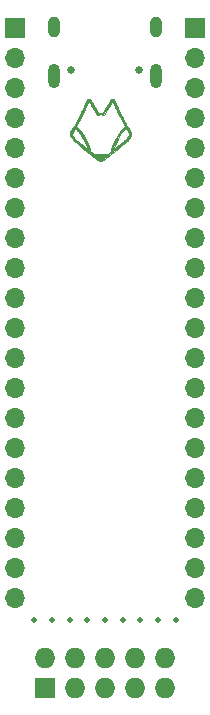
<source format=gbs>
G04 #@! TF.GenerationSoftware,KiCad,Pcbnew,5.1.8-db9833491~88~ubuntu20.04.1*
G04 #@! TF.CreationDate,2021-01-17T16:25:24+01:00*
G04 #@! TF.ProjectId,Pic32MxRedFox,50696333-324d-4785-9265-64466f782e6b,Rev2*
G04 #@! TF.SameCoordinates,PX5faea10PY8eeaea0*
G04 #@! TF.FileFunction,Soldermask,Bot*
G04 #@! TF.FilePolarity,Negative*
%FSLAX46Y46*%
G04 Gerber Fmt 4.6, Leading zero omitted, Abs format (unit mm)*
G04 Created by KiCad (PCBNEW 5.1.8-db9833491~88~ubuntu20.04.1) date 2021-01-17 16:25:24*
%MOMM*%
%LPD*%
G01*
G04 APERTURE LIST*
%ADD10C,0.010000*%
%ADD11C,0.500000*%
%ADD12O,1.700000X1.700000*%
%ADD13R,1.700000X1.700000*%
%ADD14R,1.727200X1.727200*%
%ADD15O,1.727200X1.727200*%
%ADD16C,0.650000*%
%ADD17O,1.000000X1.800000*%
%ADD18O,1.000000X2.100000*%
G04 APERTURE END LIST*
D10*
G36*
X10644636Y52357781D02*
G01*
X10622371Y52329224D01*
X10595581Y52289180D01*
X10569179Y52245109D01*
X10562722Y52233427D01*
X10548423Y52207376D01*
X10524961Y52165072D01*
X10493559Y52108705D01*
X10455443Y52040465D01*
X10411836Y51962540D01*
X10363963Y51877122D01*
X10313048Y51786398D01*
X10260315Y51692560D01*
X10256825Y51686354D01*
X9996432Y51223333D01*
X9561568Y51223333D01*
X9301175Y51686354D01*
X9248366Y51780321D01*
X9197294Y51871315D01*
X9149184Y51957149D01*
X9105260Y52035631D01*
X9066746Y52104573D01*
X9034867Y52161785D01*
X9010847Y52205078D01*
X8995911Y52232261D01*
X8995278Y52233427D01*
X8969829Y52277305D01*
X8942659Y52319179D01*
X8918680Y52351591D01*
X8913365Y52357781D01*
X8876954Y52398083D01*
X8690748Y52398083D01*
X8659329Y52355361D01*
X8648515Y52337228D01*
X8629826Y52301995D01*
X8604298Y52251765D01*
X8572965Y52188637D01*
X8536861Y52114714D01*
X8497021Y52032097D01*
X8454479Y51942887D01*
X8413140Y51855298D01*
X8339923Y51699417D01*
X8274731Y51560790D01*
X8216591Y51437512D01*
X8164528Y51327676D01*
X8117570Y51229377D01*
X8074744Y51140711D01*
X8035077Y51059771D01*
X7997596Y50984653D01*
X7961327Y50913450D01*
X7925298Y50844258D01*
X7888535Y50775170D01*
X7850066Y50704282D01*
X7808917Y50629687D01*
X7764116Y50549482D01*
X7714688Y50461759D01*
X7659662Y50364614D01*
X7598064Y50256141D01*
X7582359Y50228500D01*
X7212542Y49577625D01*
X7209012Y49459648D01*
X7207932Y49404602D01*
X7209094Y49364002D01*
X7213313Y49331174D01*
X7221402Y49299445D01*
X7232567Y49266585D01*
X7278471Y49157811D01*
X7335356Y49058327D01*
X7406726Y48962573D01*
X7465984Y48896048D01*
X7482193Y48881020D01*
X7513892Y48853665D01*
X7560019Y48814849D01*
X7619512Y48765437D01*
X7691310Y48706296D01*
X7774350Y48638292D01*
X7867570Y48562289D01*
X7969908Y48479155D01*
X8080302Y48389754D01*
X8197691Y48294954D01*
X8321011Y48195618D01*
X8449201Y48092614D01*
X8581199Y47986807D01*
X8585660Y47983236D01*
X9641278Y47138167D01*
X9781577Y47138956D01*
X9921875Y47139745D01*
X10962629Y47973685D01*
X11093624Y48078728D01*
X11220778Y48180845D01*
X11343030Y48279174D01*
X11459316Y48372856D01*
X11568576Y48461029D01*
X11669748Y48542834D01*
X11761769Y48617410D01*
X11843578Y48683896D01*
X11914112Y48741432D01*
X11972311Y48789156D01*
X12017111Y48826209D01*
X12047451Y48851730D01*
X12061945Y48864542D01*
X12105400Y48910465D01*
X12152137Y48965961D01*
X12197757Y49025257D01*
X12237860Y49082583D01*
X12268044Y49132165D01*
X12272628Y49140889D01*
X12289872Y49178025D01*
X12309379Y49224631D01*
X12325525Y49266839D01*
X12337723Y49303143D01*
X12345335Y49334651D01*
X12349171Y49368031D01*
X12350042Y49409948D01*
X12349668Y49427601D01*
X12197070Y49427601D01*
X12185596Y49382350D01*
X12163206Y49327575D01*
X12131635Y49266277D01*
X12092617Y49201456D01*
X12047889Y49136114D01*
X11999184Y49073251D01*
X11948238Y49015869D01*
X11926066Y48993620D01*
X11911390Y48980728D01*
X11882584Y48956557D01*
X11841342Y48922472D01*
X11789358Y48879840D01*
X11728325Y48830026D01*
X11659937Y48774397D01*
X11585888Y48714319D01*
X11507872Y48651158D01*
X11427582Y48586280D01*
X11346711Y48521051D01*
X11266955Y48456837D01*
X11190005Y48395004D01*
X11117557Y48336919D01*
X11051304Y48283946D01*
X10992939Y48237454D01*
X10944156Y48198807D01*
X10906649Y48169371D01*
X10882111Y48150514D01*
X10872237Y48143600D01*
X10872176Y48143591D01*
X10874594Y48152985D01*
X10882751Y48178753D01*
X10895464Y48217270D01*
X10911547Y48264906D01*
X10916645Y48279829D01*
X10984490Y48462016D01*
X11065300Y48651960D01*
X11156489Y48844629D01*
X11255473Y49034988D01*
X11359666Y49218005D01*
X11466482Y49388644D01*
X11544654Y49502538D01*
X11586555Y49557097D01*
X11636955Y49616602D01*
X11692144Y49677201D01*
X11748411Y49735042D01*
X11802048Y49786271D01*
X11849344Y49827036D01*
X11876482Y49847142D01*
X11908890Y49868038D01*
X11934619Y49883253D01*
X11948543Y49889775D01*
X11949084Y49889833D01*
X11956365Y49881087D01*
X11972060Y49856936D01*
X11994366Y49820516D01*
X12021482Y49774963D01*
X12051605Y49723412D01*
X12082936Y49668997D01*
X12113671Y49614854D01*
X12142010Y49564119D01*
X12166151Y49519925D01*
X12184292Y49485409D01*
X12194633Y49463705D01*
X12195892Y49460326D01*
X12197070Y49427601D01*
X12349668Y49427601D01*
X12348988Y49459648D01*
X12345458Y49577625D01*
X12074547Y50054427D01*
X11860945Y50054427D01*
X11853268Y50044743D01*
X11830900Y50029911D01*
X11798622Y50013084D01*
X11797445Y50012532D01*
X11768010Y49996916D01*
X11737760Y49976439D01*
X11703535Y49948483D01*
X11662174Y49910429D01*
X11610517Y49859661D01*
X11599333Y49848418D01*
X11502522Y49743980D01*
X11409408Y49629114D01*
X11318519Y49501651D01*
X11228385Y49359420D01*
X11137533Y49200252D01*
X11061196Y49055042D01*
X10975841Y48882096D01*
X10902563Y48722123D01*
X10840026Y48571723D01*
X10786896Y48427493D01*
X10741835Y48286033D01*
X10703727Y48144825D01*
X10689911Y48089819D01*
X10677396Y48041743D01*
X10667239Y48004534D01*
X10660501Y47982130D01*
X10658827Y47977852D01*
X10648898Y47967871D01*
X10624885Y47946841D01*
X10589291Y47916862D01*
X10544621Y47880032D01*
X10493378Y47838449D01*
X10472208Y47821442D01*
X10408084Y47770642D01*
X10358260Y47732570D01*
X10321061Y47706072D01*
X10294809Y47689996D01*
X10277827Y47683188D01*
X10271125Y47683140D01*
X10250160Y47688804D01*
X10216411Y47697806D01*
X10181167Y47707145D01*
X10158674Y47712351D01*
X10133251Y47716475D01*
X10102291Y47719631D01*
X10063187Y47721933D01*
X10013333Y47723494D01*
X9950123Y47724427D01*
X9870948Y47724845D01*
X9773708Y47724863D01*
X9678817Y47724652D01*
X9602343Y47724198D01*
X9541535Y47723346D01*
X9493643Y47721943D01*
X9455919Y47719835D01*
X9425610Y47716866D01*
X9399969Y47712884D01*
X9376244Y47707733D01*
X9351685Y47701260D01*
X9351429Y47701189D01*
X9309309Y47690919D01*
X9276408Y47685642D01*
X9257701Y47686104D01*
X9256179Y47686890D01*
X9218706Y47716006D01*
X9174165Y47751228D01*
X9125370Y47790260D01*
X9075141Y47830803D01*
X9026292Y47870562D01*
X8981642Y47907241D01*
X8944007Y47938541D01*
X8916204Y47962168D01*
X8901050Y47975823D01*
X8899173Y47977957D01*
X8894389Y47992084D01*
X8885694Y48022853D01*
X8874147Y48066329D01*
X8860806Y48118579D01*
X8854273Y48144825D01*
X8852569Y48151136D01*
X8677014Y48151136D01*
X8675683Y48151298D01*
X8665249Y48159595D01*
X8639756Y48179941D01*
X8600673Y48211163D01*
X8549468Y48252085D01*
X8487609Y48301535D01*
X8416567Y48358338D01*
X8337809Y48421320D01*
X8252804Y48489306D01*
X8163021Y48561124D01*
X8159750Y48563741D01*
X8046130Y48654779D01*
X7947788Y48733978D01*
X7863346Y48802560D01*
X7791431Y48861754D01*
X7730667Y48912784D01*
X7679678Y48956876D01*
X7637090Y48995255D01*
X7601526Y49029147D01*
X7571611Y49059779D01*
X7545971Y49088374D01*
X7523230Y49116160D01*
X7502012Y49144362D01*
X7491134Y49159583D01*
X7452095Y49219480D01*
X7418018Y49280373D01*
X7390461Y49338634D01*
X7370978Y49390638D01*
X7361126Y49432758D01*
X7362108Y49460326D01*
X7369917Y49477841D01*
X7386036Y49509054D01*
X7408664Y49550831D01*
X7436000Y49600035D01*
X7466240Y49653533D01*
X7497585Y49708189D01*
X7528233Y49760867D01*
X7556381Y49808433D01*
X7580229Y49847751D01*
X7597974Y49875687D01*
X7607816Y49889105D01*
X7608917Y49889833D01*
X7621397Y49884334D01*
X7646187Y49869843D01*
X7678164Y49849375D01*
X7681519Y49847142D01*
X7722234Y49815903D01*
X7771865Y49771526D01*
X7826700Y49717865D01*
X7883031Y49658772D01*
X7937148Y49598098D01*
X7985342Y49539697D01*
X8013347Y49502538D01*
X8120904Y49343418D01*
X8227650Y49168232D01*
X8331004Y48982007D01*
X8428386Y48789770D01*
X8517213Y48596547D01*
X8594906Y48407366D01*
X8641798Y48278536D01*
X8657825Y48229849D01*
X8669612Y48190226D01*
X8676296Y48162908D01*
X8677014Y48151136D01*
X8852569Y48151136D01*
X8815910Y48286902D01*
X8770804Y48428368D01*
X8717619Y48572626D01*
X8655021Y48723075D01*
X8581673Y48883117D01*
X8496804Y49055042D01*
X8404258Y49229774D01*
X8313641Y49385784D01*
X8223480Y49525241D01*
X8132304Y49650315D01*
X8038643Y49763176D01*
X7958667Y49848418D01*
X7904708Y49901885D01*
X7861643Y49942142D01*
X7826310Y49971806D01*
X7795551Y49993497D01*
X7766205Y50009831D01*
X7760556Y50012532D01*
X7728032Y50029371D01*
X7705262Y50044320D01*
X7697025Y50054223D01*
X7697056Y50054427D01*
X7702637Y50065834D01*
X7717548Y50093564D01*
X7740639Y50135547D01*
X7770757Y50189715D01*
X7806754Y50254001D01*
X7847477Y50326337D01*
X7891777Y50404654D01*
X7900226Y50419552D01*
X7952169Y50511813D01*
X8000220Y50598850D01*
X8045964Y50683770D01*
X8090990Y50769683D01*
X8136885Y50859696D01*
X8185234Y50956917D01*
X8237625Y51064455D01*
X8295645Y51185417D01*
X8353832Y51308000D01*
X8402709Y51411444D01*
X8450320Y51512381D01*
X8495621Y51608588D01*
X8537571Y51697846D01*
X8575128Y51777933D01*
X8607250Y51846628D01*
X8632893Y51901710D01*
X8651017Y51940959D01*
X8656767Y51953583D01*
X8681969Y52008500D01*
X8709078Y52066134D01*
X8734093Y52118037D01*
X8746678Y52143399D01*
X8786408Y52222090D01*
X8805968Y52196316D01*
X8817303Y52178414D01*
X8836123Y52145416D01*
X8860345Y52101108D01*
X8887890Y52049276D01*
X8907391Y52011792D01*
X8935240Y51958351D01*
X8960396Y51911132D01*
X8981006Y51873529D01*
X8995221Y51848934D01*
X9000481Y51841159D01*
X9007917Y51829631D01*
X9024523Y51801607D01*
X9049160Y51759078D01*
X9080691Y51704034D01*
X9117977Y51638467D01*
X9159881Y51564367D01*
X9205263Y51483725D01*
X9228667Y51441996D01*
X9445625Y51054715D01*
X9505963Y51054358D01*
X9552737Y51057156D01*
X9603833Y51064674D01*
X9627249Y51069875D01*
X9687806Y51080402D01*
X9759677Y51084942D01*
X9833872Y51083497D01*
X9901402Y51076066D01*
X9930751Y51069875D01*
X9977766Y51060674D01*
X10028788Y51055127D01*
X10052037Y51054358D01*
X10112375Y51054715D01*
X10329333Y51441996D01*
X10376017Y51525139D01*
X10419786Y51602727D01*
X10459500Y51672767D01*
X10494022Y51733269D01*
X10522214Y51782243D01*
X10542938Y51817696D01*
X10555056Y51837639D01*
X10557519Y51841159D01*
X10565927Y51854176D01*
X10582075Y51882667D01*
X10604114Y51923238D01*
X10630190Y51972497D01*
X10650610Y52011792D01*
X10679223Y52066571D01*
X10705925Y52116392D01*
X10728633Y52157469D01*
X10745268Y52186015D01*
X10752032Y52196316D01*
X10771592Y52222090D01*
X10811322Y52143399D01*
X10833072Y52099194D01*
X10859372Y52044074D01*
X10886218Y51986489D01*
X10901233Y51953583D01*
X10915353Y51922775D01*
X10937496Y51875061D01*
X10966620Y51812661D01*
X11001682Y51737797D01*
X11041641Y51652690D01*
X11085455Y51559561D01*
X11132081Y51460631D01*
X11180476Y51358120D01*
X11204169Y51308000D01*
X11268593Y51172339D01*
X11325965Y51052892D01*
X11377870Y50946553D01*
X11425895Y50850211D01*
X11471628Y50760760D01*
X11516655Y50675092D01*
X11562563Y50590097D01*
X11610938Y50502669D01*
X11657774Y50419552D01*
X11702606Y50340359D01*
X11744074Y50266768D01*
X11781027Y50200846D01*
X11812313Y50144660D01*
X11836783Y50100280D01*
X11853286Y50069773D01*
X11860670Y50055206D01*
X11860945Y50054427D01*
X12074547Y50054427D01*
X11975641Y50228500D01*
X11912339Y50339944D01*
X11855840Y50439607D01*
X11805170Y50529396D01*
X11759358Y50611214D01*
X11717430Y50686969D01*
X11678412Y50758565D01*
X11641332Y50827908D01*
X11605217Y50896903D01*
X11569093Y50967456D01*
X11531988Y51041472D01*
X11492928Y51120856D01*
X11450941Y51207514D01*
X11405053Y51303352D01*
X11354291Y51410275D01*
X11297682Y51530188D01*
X11234253Y51664996D01*
X11163031Y51816606D01*
X11144861Y51855298D01*
X11100728Y51948775D01*
X11058328Y52037625D01*
X11018697Y52119747D01*
X10982868Y52193040D01*
X10951877Y52255402D01*
X10926757Y52304732D01*
X10908543Y52338929D01*
X10898671Y52355361D01*
X10867252Y52398083D01*
X10681047Y52398083D01*
X10644636Y52357781D01*
G37*
X10644636Y52357781D02*
X10622371Y52329224D01*
X10595581Y52289180D01*
X10569179Y52245109D01*
X10562722Y52233427D01*
X10548423Y52207376D01*
X10524961Y52165072D01*
X10493559Y52108705D01*
X10455443Y52040465D01*
X10411836Y51962540D01*
X10363963Y51877122D01*
X10313048Y51786398D01*
X10260315Y51692560D01*
X10256825Y51686354D01*
X9996432Y51223333D01*
X9561568Y51223333D01*
X9301175Y51686354D01*
X9248366Y51780321D01*
X9197294Y51871315D01*
X9149184Y51957149D01*
X9105260Y52035631D01*
X9066746Y52104573D01*
X9034867Y52161785D01*
X9010847Y52205078D01*
X8995911Y52232261D01*
X8995278Y52233427D01*
X8969829Y52277305D01*
X8942659Y52319179D01*
X8918680Y52351591D01*
X8913365Y52357781D01*
X8876954Y52398083D01*
X8690748Y52398083D01*
X8659329Y52355361D01*
X8648515Y52337228D01*
X8629826Y52301995D01*
X8604298Y52251765D01*
X8572965Y52188637D01*
X8536861Y52114714D01*
X8497021Y52032097D01*
X8454479Y51942887D01*
X8413140Y51855298D01*
X8339923Y51699417D01*
X8274731Y51560790D01*
X8216591Y51437512D01*
X8164528Y51327676D01*
X8117570Y51229377D01*
X8074744Y51140711D01*
X8035077Y51059771D01*
X7997596Y50984653D01*
X7961327Y50913450D01*
X7925298Y50844258D01*
X7888535Y50775170D01*
X7850066Y50704282D01*
X7808917Y50629687D01*
X7764116Y50549482D01*
X7714688Y50461759D01*
X7659662Y50364614D01*
X7598064Y50256141D01*
X7582359Y50228500D01*
X7212542Y49577625D01*
X7209012Y49459648D01*
X7207932Y49404602D01*
X7209094Y49364002D01*
X7213313Y49331174D01*
X7221402Y49299445D01*
X7232567Y49266585D01*
X7278471Y49157811D01*
X7335356Y49058327D01*
X7406726Y48962573D01*
X7465984Y48896048D01*
X7482193Y48881020D01*
X7513892Y48853665D01*
X7560019Y48814849D01*
X7619512Y48765437D01*
X7691310Y48706296D01*
X7774350Y48638292D01*
X7867570Y48562289D01*
X7969908Y48479155D01*
X8080302Y48389754D01*
X8197691Y48294954D01*
X8321011Y48195618D01*
X8449201Y48092614D01*
X8581199Y47986807D01*
X8585660Y47983236D01*
X9641278Y47138167D01*
X9781577Y47138956D01*
X9921875Y47139745D01*
X10962629Y47973685D01*
X11093624Y48078728D01*
X11220778Y48180845D01*
X11343030Y48279174D01*
X11459316Y48372856D01*
X11568576Y48461029D01*
X11669748Y48542834D01*
X11761769Y48617410D01*
X11843578Y48683896D01*
X11914112Y48741432D01*
X11972311Y48789156D01*
X12017111Y48826209D01*
X12047451Y48851730D01*
X12061945Y48864542D01*
X12105400Y48910465D01*
X12152137Y48965961D01*
X12197757Y49025257D01*
X12237860Y49082583D01*
X12268044Y49132165D01*
X12272628Y49140889D01*
X12289872Y49178025D01*
X12309379Y49224631D01*
X12325525Y49266839D01*
X12337723Y49303143D01*
X12345335Y49334651D01*
X12349171Y49368031D01*
X12350042Y49409948D01*
X12349668Y49427601D01*
X12197070Y49427601D01*
X12185596Y49382350D01*
X12163206Y49327575D01*
X12131635Y49266277D01*
X12092617Y49201456D01*
X12047889Y49136114D01*
X11999184Y49073251D01*
X11948238Y49015869D01*
X11926066Y48993620D01*
X11911390Y48980728D01*
X11882584Y48956557D01*
X11841342Y48922472D01*
X11789358Y48879840D01*
X11728325Y48830026D01*
X11659937Y48774397D01*
X11585888Y48714319D01*
X11507872Y48651158D01*
X11427582Y48586280D01*
X11346711Y48521051D01*
X11266955Y48456837D01*
X11190005Y48395004D01*
X11117557Y48336919D01*
X11051304Y48283946D01*
X10992939Y48237454D01*
X10944156Y48198807D01*
X10906649Y48169371D01*
X10882111Y48150514D01*
X10872237Y48143600D01*
X10872176Y48143591D01*
X10874594Y48152985D01*
X10882751Y48178753D01*
X10895464Y48217270D01*
X10911547Y48264906D01*
X10916645Y48279829D01*
X10984490Y48462016D01*
X11065300Y48651960D01*
X11156489Y48844629D01*
X11255473Y49034988D01*
X11359666Y49218005D01*
X11466482Y49388644D01*
X11544654Y49502538D01*
X11586555Y49557097D01*
X11636955Y49616602D01*
X11692144Y49677201D01*
X11748411Y49735042D01*
X11802048Y49786271D01*
X11849344Y49827036D01*
X11876482Y49847142D01*
X11908890Y49868038D01*
X11934619Y49883253D01*
X11948543Y49889775D01*
X11949084Y49889833D01*
X11956365Y49881087D01*
X11972060Y49856936D01*
X11994366Y49820516D01*
X12021482Y49774963D01*
X12051605Y49723412D01*
X12082936Y49668997D01*
X12113671Y49614854D01*
X12142010Y49564119D01*
X12166151Y49519925D01*
X12184292Y49485409D01*
X12194633Y49463705D01*
X12195892Y49460326D01*
X12197070Y49427601D01*
X12349668Y49427601D01*
X12348988Y49459648D01*
X12345458Y49577625D01*
X12074547Y50054427D01*
X11860945Y50054427D01*
X11853268Y50044743D01*
X11830900Y50029911D01*
X11798622Y50013084D01*
X11797445Y50012532D01*
X11768010Y49996916D01*
X11737760Y49976439D01*
X11703535Y49948483D01*
X11662174Y49910429D01*
X11610517Y49859661D01*
X11599333Y49848418D01*
X11502522Y49743980D01*
X11409408Y49629114D01*
X11318519Y49501651D01*
X11228385Y49359420D01*
X11137533Y49200252D01*
X11061196Y49055042D01*
X10975841Y48882096D01*
X10902563Y48722123D01*
X10840026Y48571723D01*
X10786896Y48427493D01*
X10741835Y48286033D01*
X10703727Y48144825D01*
X10689911Y48089819D01*
X10677396Y48041743D01*
X10667239Y48004534D01*
X10660501Y47982130D01*
X10658827Y47977852D01*
X10648898Y47967871D01*
X10624885Y47946841D01*
X10589291Y47916862D01*
X10544621Y47880032D01*
X10493378Y47838449D01*
X10472208Y47821442D01*
X10408084Y47770642D01*
X10358260Y47732570D01*
X10321061Y47706072D01*
X10294809Y47689996D01*
X10277827Y47683188D01*
X10271125Y47683140D01*
X10250160Y47688804D01*
X10216411Y47697806D01*
X10181167Y47707145D01*
X10158674Y47712351D01*
X10133251Y47716475D01*
X10102291Y47719631D01*
X10063187Y47721933D01*
X10013333Y47723494D01*
X9950123Y47724427D01*
X9870948Y47724845D01*
X9773708Y47724863D01*
X9678817Y47724652D01*
X9602343Y47724198D01*
X9541535Y47723346D01*
X9493643Y47721943D01*
X9455919Y47719835D01*
X9425610Y47716866D01*
X9399969Y47712884D01*
X9376244Y47707733D01*
X9351685Y47701260D01*
X9351429Y47701189D01*
X9309309Y47690919D01*
X9276408Y47685642D01*
X9257701Y47686104D01*
X9256179Y47686890D01*
X9218706Y47716006D01*
X9174165Y47751228D01*
X9125370Y47790260D01*
X9075141Y47830803D01*
X9026292Y47870562D01*
X8981642Y47907241D01*
X8944007Y47938541D01*
X8916204Y47962168D01*
X8901050Y47975823D01*
X8899173Y47977957D01*
X8894389Y47992084D01*
X8885694Y48022853D01*
X8874147Y48066329D01*
X8860806Y48118579D01*
X8854273Y48144825D01*
X8852569Y48151136D01*
X8677014Y48151136D01*
X8675683Y48151298D01*
X8665249Y48159595D01*
X8639756Y48179941D01*
X8600673Y48211163D01*
X8549468Y48252085D01*
X8487609Y48301535D01*
X8416567Y48358338D01*
X8337809Y48421320D01*
X8252804Y48489306D01*
X8163021Y48561124D01*
X8159750Y48563741D01*
X8046130Y48654779D01*
X7947788Y48733978D01*
X7863346Y48802560D01*
X7791431Y48861754D01*
X7730667Y48912784D01*
X7679678Y48956876D01*
X7637090Y48995255D01*
X7601526Y49029147D01*
X7571611Y49059779D01*
X7545971Y49088374D01*
X7523230Y49116160D01*
X7502012Y49144362D01*
X7491134Y49159583D01*
X7452095Y49219480D01*
X7418018Y49280373D01*
X7390461Y49338634D01*
X7370978Y49390638D01*
X7361126Y49432758D01*
X7362108Y49460326D01*
X7369917Y49477841D01*
X7386036Y49509054D01*
X7408664Y49550831D01*
X7436000Y49600035D01*
X7466240Y49653533D01*
X7497585Y49708189D01*
X7528233Y49760867D01*
X7556381Y49808433D01*
X7580229Y49847751D01*
X7597974Y49875687D01*
X7607816Y49889105D01*
X7608917Y49889833D01*
X7621397Y49884334D01*
X7646187Y49869843D01*
X7678164Y49849375D01*
X7681519Y49847142D01*
X7722234Y49815903D01*
X7771865Y49771526D01*
X7826700Y49717865D01*
X7883031Y49658772D01*
X7937148Y49598098D01*
X7985342Y49539697D01*
X8013347Y49502538D01*
X8120904Y49343418D01*
X8227650Y49168232D01*
X8331004Y48982007D01*
X8428386Y48789770D01*
X8517213Y48596547D01*
X8594906Y48407366D01*
X8641798Y48278536D01*
X8657825Y48229849D01*
X8669612Y48190226D01*
X8676296Y48162908D01*
X8677014Y48151136D01*
X8852569Y48151136D01*
X8815910Y48286902D01*
X8770804Y48428368D01*
X8717619Y48572626D01*
X8655021Y48723075D01*
X8581673Y48883117D01*
X8496804Y49055042D01*
X8404258Y49229774D01*
X8313641Y49385784D01*
X8223480Y49525241D01*
X8132304Y49650315D01*
X8038643Y49763176D01*
X7958667Y49848418D01*
X7904708Y49901885D01*
X7861643Y49942142D01*
X7826310Y49971806D01*
X7795551Y49993497D01*
X7766205Y50009831D01*
X7760556Y50012532D01*
X7728032Y50029371D01*
X7705262Y50044320D01*
X7697025Y50054223D01*
X7697056Y50054427D01*
X7702637Y50065834D01*
X7717548Y50093564D01*
X7740639Y50135547D01*
X7770757Y50189715D01*
X7806754Y50254001D01*
X7847477Y50326337D01*
X7891777Y50404654D01*
X7900226Y50419552D01*
X7952169Y50511813D01*
X8000220Y50598850D01*
X8045964Y50683770D01*
X8090990Y50769683D01*
X8136885Y50859696D01*
X8185234Y50956917D01*
X8237625Y51064455D01*
X8295645Y51185417D01*
X8353832Y51308000D01*
X8402709Y51411444D01*
X8450320Y51512381D01*
X8495621Y51608588D01*
X8537571Y51697846D01*
X8575128Y51777933D01*
X8607250Y51846628D01*
X8632893Y51901710D01*
X8651017Y51940959D01*
X8656767Y51953583D01*
X8681969Y52008500D01*
X8709078Y52066134D01*
X8734093Y52118037D01*
X8746678Y52143399D01*
X8786408Y52222090D01*
X8805968Y52196316D01*
X8817303Y52178414D01*
X8836123Y52145416D01*
X8860345Y52101108D01*
X8887890Y52049276D01*
X8907391Y52011792D01*
X8935240Y51958351D01*
X8960396Y51911132D01*
X8981006Y51873529D01*
X8995221Y51848934D01*
X9000481Y51841159D01*
X9007917Y51829631D01*
X9024523Y51801607D01*
X9049160Y51759078D01*
X9080691Y51704034D01*
X9117977Y51638467D01*
X9159881Y51564367D01*
X9205263Y51483725D01*
X9228667Y51441996D01*
X9445625Y51054715D01*
X9505963Y51054358D01*
X9552737Y51057156D01*
X9603833Y51064674D01*
X9627249Y51069875D01*
X9687806Y51080402D01*
X9759677Y51084942D01*
X9833872Y51083497D01*
X9901402Y51076066D01*
X9930751Y51069875D01*
X9977766Y51060674D01*
X10028788Y51055127D01*
X10052037Y51054358D01*
X10112375Y51054715D01*
X10329333Y51441996D01*
X10376017Y51525139D01*
X10419786Y51602727D01*
X10459500Y51672767D01*
X10494022Y51733269D01*
X10522214Y51782243D01*
X10542938Y51817696D01*
X10555056Y51837639D01*
X10557519Y51841159D01*
X10565927Y51854176D01*
X10582075Y51882667D01*
X10604114Y51923238D01*
X10630190Y51972497D01*
X10650610Y52011792D01*
X10679223Y52066571D01*
X10705925Y52116392D01*
X10728633Y52157469D01*
X10745268Y52186015D01*
X10752032Y52196316D01*
X10771592Y52222090D01*
X10811322Y52143399D01*
X10833072Y52099194D01*
X10859372Y52044074D01*
X10886218Y51986489D01*
X10901233Y51953583D01*
X10915353Y51922775D01*
X10937496Y51875061D01*
X10966620Y51812661D01*
X11001682Y51737797D01*
X11041641Y51652690D01*
X11085455Y51559561D01*
X11132081Y51460631D01*
X11180476Y51358120D01*
X11204169Y51308000D01*
X11268593Y51172339D01*
X11325965Y51052892D01*
X11377870Y50946553D01*
X11425895Y50850211D01*
X11471628Y50760760D01*
X11516655Y50675092D01*
X11562563Y50590097D01*
X11610938Y50502669D01*
X11657774Y50419552D01*
X11702606Y50340359D01*
X11744074Y50266768D01*
X11781027Y50200846D01*
X11812313Y50144660D01*
X11836783Y50100280D01*
X11853286Y50069773D01*
X11860670Y50055206D01*
X11860945Y50054427D01*
X12074547Y50054427D01*
X11975641Y50228500D01*
X11912339Y50339944D01*
X11855840Y50439607D01*
X11805170Y50529396D01*
X11759358Y50611214D01*
X11717430Y50686969D01*
X11678412Y50758565D01*
X11641332Y50827908D01*
X11605217Y50896903D01*
X11569093Y50967456D01*
X11531988Y51041472D01*
X11492928Y51120856D01*
X11450941Y51207514D01*
X11405053Y51303352D01*
X11354291Y51410275D01*
X11297682Y51530188D01*
X11234253Y51664996D01*
X11163031Y51816606D01*
X11144861Y51855298D01*
X11100728Y51948775D01*
X11058328Y52037625D01*
X11018697Y52119747D01*
X10982868Y52193040D01*
X10951877Y52255402D01*
X10926757Y52304732D01*
X10908543Y52338929D01*
X10898671Y52355361D01*
X10867252Y52398083D01*
X10681047Y52398083D01*
X10644636Y52357781D01*
D11*
X16160000Y8255000D03*
X14660000Y8255000D03*
X13160000Y8255000D03*
X10160000Y8255000D03*
X4160000Y8255000D03*
X11660000Y8255000D03*
X8660000Y8255000D03*
X5660000Y8255000D03*
X7160000Y8255000D03*
D12*
X17780000Y10160000D03*
X17780000Y12700000D03*
X17780000Y15240000D03*
X17780000Y17780000D03*
X17780000Y20320000D03*
X17780000Y22860000D03*
X17780000Y25400000D03*
X17780000Y27940000D03*
X17780000Y30480000D03*
X17780000Y33020000D03*
X17780000Y35560000D03*
X17780000Y38100000D03*
X17780000Y40640000D03*
X17780000Y43180000D03*
X17780000Y45720000D03*
X17780000Y48260000D03*
X17780000Y50800000D03*
X17780000Y53340000D03*
X17780000Y55880000D03*
D13*
X17780000Y58420000D03*
X2540000Y58420000D03*
D12*
X2540000Y55880000D03*
X2540000Y53340000D03*
X2540000Y50800000D03*
X2540000Y48260000D03*
X2540000Y45720000D03*
X2540000Y43180000D03*
X2540000Y40640000D03*
X2540000Y38100000D03*
X2540000Y35560000D03*
X2540000Y33020000D03*
X2540000Y30480000D03*
X2540000Y27940000D03*
X2540000Y25400000D03*
X2540000Y22860000D03*
X2540000Y20320000D03*
X2540000Y17780000D03*
X2540000Y15240000D03*
X2540000Y12700000D03*
X2540000Y10160000D03*
D14*
X5080000Y2540000D03*
D15*
X5080000Y5080000D03*
X7620000Y2540000D03*
X7620000Y5080000D03*
X10160000Y2540000D03*
X10160000Y5080000D03*
X12700000Y2540000D03*
X12700000Y5080000D03*
X15240000Y2540000D03*
X15240000Y5080000D03*
D16*
X13050000Y54811600D03*
X7270000Y54811600D03*
D17*
X5840000Y58461600D03*
X14480000Y58461600D03*
D18*
X5840000Y54311600D03*
X14480000Y54311600D03*
M02*

</source>
